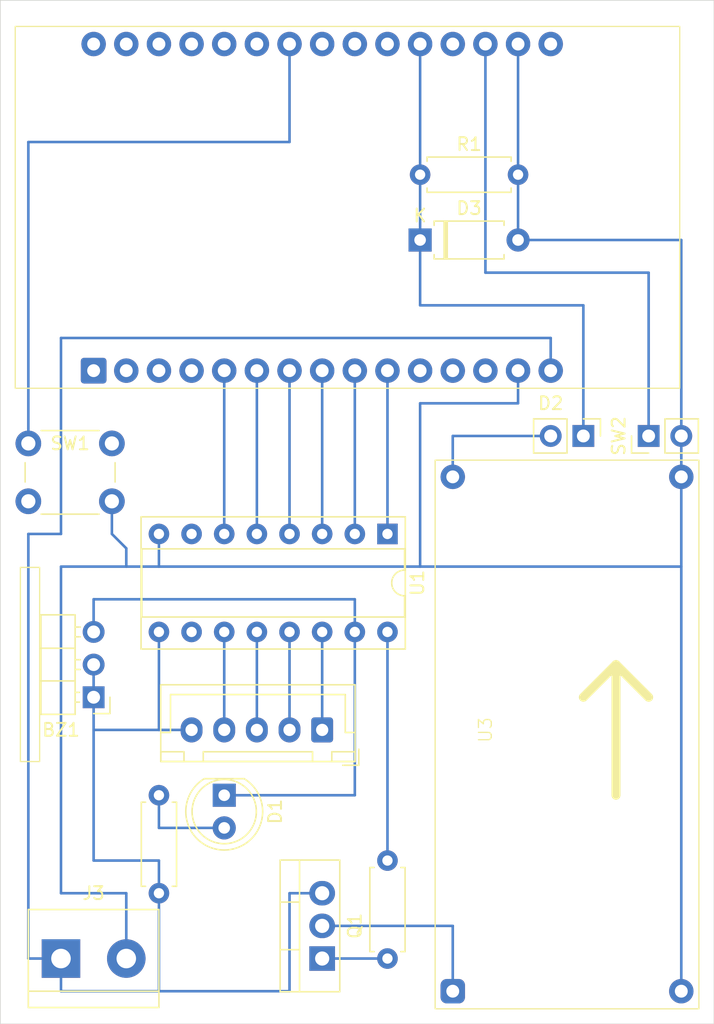
<source format=kicad_pcb>
(kicad_pcb (version 20240108) (generator "pcbnew") (generator_version "8.0")
  (title_block (title "Smart Cistern") (date "2024-06-27") (rev "0"))
  (layers (0 "F.Cu" signal) (31 "B.Cu" signal) (34 "B.Paste" user) (35 "F.Paste" user) (36 "B.SilkS" user "B.Silkscreen") (37 "F.SilkS" user "F.Silkscreen") (38 "B.Mask" user) (39 "F.Mask" user) (44 "Edge.Cuts" user))
  (net 0 "")
  (net 1 "+5V")
  (net 2 "Net-(BZ1--)")
  (net 3 "Net-(D1-A)")
  (net 4 "Net-(D2-A)")
  (net 5 "Net-(D2-K)")
  (net 6 "GND")
  (net 7 "Net-(J2-Pin_4)")
  (net 8 "Net-(J2-Pin_1)")
  (net 9 "Net-(J2-Pin_3)")
  (net 10 "Net-(J2-Pin_2)")
  (net 11 "Net-(MCU1-GPIO26)")
  (net 12 "Net-(MCU1-GPIO33)")
  (net 13 "Net-(MCU1-GPIO15)")
  (net 17 "Net-(MCU1-GPIO35)")
  (net 20 "Net-(MCU1-GPIO27)")
  (net 21 "Net-(MCU1-GPIO32)")
  (net 34 "Net-(MCU1-GPIO18)")
  (net 35 "Net-(MCU1-GPIO25)")
  (net 37 "Net-(Q1-C)")
  (net 38 "Net-(Q1-B)")
  (net 39 "Net-(U1-O1)")
  (footprint "Connector_PinHeader_2.54mm:PinHeader_1x02_P2.54mm_Vertical" (layer "F.Cu") (at 91.44 55.88 90)
    (property "Reference" "SW2" (at 0 -2.33 90) (layer "F.SilkS"))
    (property "Value" "Water Sensor")
    (fp_line (start -1.33 -1.33) (end 0 -1.33) (stroke (width 0.12)) (layer "F.SilkS"))
    (fp_line (start -1.33 0) (end -1.33 -1.33) (stroke (width 0.12)) (layer "F.SilkS"))
    (fp_line (start 1.33 1.27) (end 1.33 3.87) (stroke (width 0.12)) (layer "F.SilkS"))
    (fp_line (start -1.33 1.27) (end 1.33 1.27) (stroke (width 0.12)) (layer "F.SilkS"))
    (fp_line (start -1.33 1.27) (end -1.33 3.87) (stroke (width 0.12)) (layer "F.SilkS"))
    (fp_line (start -1.33 3.87) (end 1.33 3.87) (stroke (width 0.12)) (layer "F.SilkS"))
    (pad "1" thru_hole rect (at 0 0 90) (size 1.7 1.7) (drill 1) (layers "*.Cu" "*.Mask") (net 13 "Net-(MCU1-GPIO15)"))
    (pad "2" thru_hole oval (at 0 2.54 90) (size 1.7 1.7) (drill 1) (layers "*.Cu" "*.Mask") (net 6 "GND"))
  )
  (footprint "Cistern:AZDelivery_KY-012_Buzzer" (layer "F.Cu") (at 48.26 76.2 180)
    (property "Reference" "BZ1" (at 2.54 -2.54 0) (layer "F.SilkS"))
    (property "Value" "Buzzer")
    (fp_line (start 4.1 6.41) (end 4.1 -1.33) (stroke (width 0.12)) (layer "F.SilkS"))
    (fp_line (start 4.1 -1.33) (end 1.44 -1.33) (stroke (width 0.12)) (layer "F.SilkS"))
    (fp_line (start 1.44 6.41) (end 4.1 6.41) (stroke (width 0.12)) (layer "F.SilkS"))
    (fp_line (start 1.44 3.81) (end 4.1 3.81) (stroke (width 0.12)) (layer "F.SilkS"))
    (fp_line (start 1.44 1.27) (end 4.1 1.27) (stroke (width 0.12)) (layer "F.SilkS"))
    (fp_line (start 1.44 -1.33) (end 1.44 6.41) (stroke (width 0.12)) (layer "F.SilkS"))
    (fp_line (start 1.11 0.38) (end 1.44 0.38) (stroke (width 0.12)) (layer "F.SilkS"))
    (fp_line (start 1.11 -0.38) (end 1.44 -0.38) (stroke (width 0.12)) (layer "F.SilkS"))
    (fp_line (start 1.042929 5.46) (end 1.44 5.46) (stroke (width 0.12)) (layer "F.SilkS"))
    (fp_line (start 1.042929 4.7) (end 1.44 4.7) (stroke (width 0.12)) (layer "F.SilkS"))
    (fp_line (start 1.042929 2.92) (end 1.44 2.92) (stroke (width 0.12)) (layer "F.SilkS"))
    (fp_line (start 1.042929 2.16) (end 1.44 2.16) (stroke (width 0.12)) (layer "F.SilkS"))
    (fp_line (start -1.27 0) (end -1.27 -1.27) (stroke (width 0.12)) (layer "F.SilkS"))
    (fp_line (start -1.27 -1.27) (end 0 -1.27) (stroke (width 0.12)) (layer "F.SilkS"))
    (fp_rect (start 4.2 -5) (end 5.7 10.1) (stroke (width 0.1)) (fill none) (layer "F.SilkS"))
    (pad "1" thru_hole rect (at 0 0 180) (size 1.7 1.7) (drill 1) (layers "*.Cu" "*.Mask") (net 1 "+5V"))
    (pad "1" thru_hole oval (at 0 2.54 180) (size 1.7 1.7) (drill 1) (layers "*.Cu" "*.Mask") (net 1 "+5V"))
    (pad "2" thru_hole oval (at 0 5.08 180) (size 1.7 1.7) (drill 1) (layers "*.Cu" "*.Mask") (net 2 "Net-(BZ1--)"))
  )
  (footprint "Diode_THT:D_A-405_P7.62mm_Horizontal" (layer "F.Cu") (at 73.66 40.64)
    (property "Reference" "D3" (at 3.81 -2.47 360) (layer "F.SilkS"))
    (property "Value" "3V")
    (fp_line (start 1.09 -1.47) (end 6.53 -1.47) (stroke (width 0.12)) (layer "F.SilkS"))
    (fp_line (start 1.09 -1.14) (end 1.09 -1.47) (stroke (width 0.12)) (layer "F.SilkS"))
    (fp_line (start 1.09 1.14) (end 1.09 1.47) (stroke (width 0.12)) (layer "F.SilkS"))
    (fp_line (start 1.09 1.47) (end 6.53 1.47) (stroke (width 0.12)) (layer "F.SilkS"))
    (fp_line (start 1.87 -1.47) (end 1.87 1.47) (stroke (width 0.12)) (layer "F.SilkS"))
    (fp_line (start 1.99 -1.47) (end 1.99 1.47) (stroke (width 0.12)) (layer "F.SilkS"))
    (fp_line (start 2.11 -1.47) (end 2.11 1.47) (stroke (width 0.12)) (layer "F.SilkS"))
    (fp_line (start 6.53 -1.47) (end 6.53 -1.14) (stroke (width 0.12)) (layer "F.SilkS"))
    (fp_line (start 6.53 1.47) (end 6.53 1.14) (stroke (width 0.12)) (layer "F.SilkS"))
    (fp_text user "K" (at 0 -1.9 360) (layer "F.SilkS"))
    (pad "1" thru_hole rect (at 0 0) (size 1.8 1.8) (drill 0.9) (layers "*.Cu" "*.Mask") (net 5 "Net-(D2-K)"))
    (pad "2" thru_hole oval (at 7.62 0) (size 1.8 1.8) (drill 0.9) (layers "*.Cu" "*.Mask") (net 6 "GND"))
  )
  (footprint "Cistern:DC-DC_Module_XL6009E1" (layer "F.Cu") (at 76.2 99.06 90)
    (property "Reference" "U3" (at 20.32 2.54 90) (layer "F.SilkS") (effects (font (thickness 0.1))))
    (property "Value" "Boost Converter (5->20 V)")
    (fp_line (start 22.86 10.16) (end 25.4 12.7) (stroke (width 0.7)) (layer "F.SilkS"))
    (fp_line (start 15.24 12.7) (end 25.4 12.7) (stroke (width 0.7)) (layer "F.SilkS"))
    (fp_line (start 22.86 15.24) (end 25.4 12.7) (stroke (width 0.7)) (layer "F.SilkS"))
    (fp_rect (start -1.37 -1.37) (end 41.3 19.15) (stroke (width 0.1)) (fill none) (layer "F.SilkS"))
    (pad "1" thru_hole circle (at 40 0 90) (size 1.9 1.9) (drill 1) (layers "*.Cu" "*.Mask") (net 4 "Net-(D2-A)"))
    (pad "2" thru_hole roundrect (at 0 0 90) (size 1.9 1.9) (drill 1) (layers "*.Cu" "*.Mask") (net 37 "Net-(Q1-C)"))
    (pad "3" thru_hole circle (at 0 17.78 90) (size 1.9 1.9) (drill 1) (layers "*.Cu" "*.Mask") (net 6 "GND"))
    (pad "3" thru_hole circle (at 40 17.78 90) (size 1.9 1.9) (drill 1) (layers "*.Cu" "*.Mask") (net 6 "GND"))
  )
  (footprint "Cistern:JST_XH_B5B-XH-A_1x05_P2.54mm_Vertical" (layer "F.Cu") (at 66.04 78.74 180)
    (property "Reference" "J2" (hide yes))
    (property "Value" "Gauge Stepper")
    (fp_line (start 12.56 3.51) (end 12.56 -2.46) (stroke (width 0.12)) (layer "F.SilkS"))
    (fp_line (start 12.56 -2.46) (end -2.56 -2.46) (stroke (width 0.12)) (layer "F.SilkS"))
    (fp_line (start 12.55 -0.2) (end 11.8 -0.2) (stroke (width 0.12)) (layer "F.SilkS"))
    (fp_line (start 12.55 -1.7) (end 12.55 -2.45) (stroke (width 0.12)) (layer "F.SilkS"))
    (fp_line (start 12.55 -2.45) (end 10.75 -2.45) (stroke (width 0.12)) (layer "F.SilkS"))
    (fp_line (start 11.8 2.75) (end 5 2.75) (stroke (width 0.12)) (layer "F.SilkS"))
    (fp_line (start 11.8 -0.2) (end 11.8 2.75) (stroke (width 0.12)) (layer "F.SilkS"))
    (fp_line (start 10.75 -1.7) (end 12.55 -1.7) (stroke (width 0.12)) (layer "F.SilkS"))
    (fp_line (start 10.75 -2.45) (end 10.75 -1.7) (stroke (width 0.12)) (layer "F.SilkS"))
    (fp_line (start 9.25 -1.7) (end 9.25 -2.45) (stroke (width 0.12)) (layer "F.SilkS"))
    (fp_line (start 9.25 -2.45) (end 0.75 -2.45) (stroke (width 0.12)) (layer "F.SilkS"))
    (fp_line (start 0.75 -1.7) (end 9.25 -1.7) (stroke (width 0.12)) (layer "F.SilkS"))
    (fp_line (start 0.75 -2.45) (end 0.75 -1.7) (stroke (width 0.12)) (layer "F.SilkS"))
    (fp_line (start -0.75 -1.7) (end -0.75 -2.45) (stroke (width 0.12)) (layer "F.SilkS"))
    (fp_line (start -0.75 -2.45) (end -2.55 -2.45) (stroke (width 0.12)) (layer "F.SilkS"))
    (fp_line (start -1.6 -2.75) (end -2.85 -2.75) (stroke (width 0.12)) (layer "F.SilkS"))
    (fp_line (start -1.8 2.75) (end 5 2.75) (stroke (width 0.12)) (layer "F.SilkS"))
    (fp_line (start -1.8 -0.2) (end -1.8 2.75) (stroke (width 0.12)) (layer "F.SilkS"))
    (fp_line (start -2.55 -0.2) (end -1.8 -0.2) (stroke (width 0.12)) (layer "F.SilkS"))
    (fp_line (start -2.55 -1.7) (end -0.75 -1.7) (stroke (width 0.12)) (layer "F.SilkS"))
    (fp_line (start -2.55 -2.45) (end -2.55 -1.7) (stroke (width 0.12)) (layer "F.SilkS"))
    (fp_line (start -2.56 3.51) (end 12.56 3.51) (stroke (width 0.12)) (layer "F.SilkS"))
    (fp_line (start -2.56 -2.46) (end -2.56 3.51) (stroke (width 0.12)) (layer "F.SilkS"))
    (fp_line (start -2.85 -2.75) (end -2.85 -1.5) (stroke (width 0.12)) (layer "F.SilkS"))
    (pad "1" thru_hole roundrect (at 0 0 180) (size 1.7 1.95) (drill 0.95) (layers "*.Cu" "*.Mask") (roundrect_rratio 0.147059) (net 8 "Net-(J2-Pin_1)"))
    (pad "2" thru_hole oval (at 2.54 0 180) (size 1.7 1.95) (drill 0.95) (layers "*.Cu" "*.Mask") (net 10 "Net-(J2-Pin_2)"))
    (pad "3" thru_hole oval (at 5.08 0 180) (size 1.7 1.95) (drill 0.95) (layers "*.Cu" "*.Mask") (net 9 "Net-(J2-Pin_3)"))
    (pad "4" thru_hole oval (at 7.62 0 180) (size 1.7 1.95) (drill 0.95) (layers "*.Cu" "*.Mask") (net 7 "Net-(J2-Pin_4)"))
    (pad "5" thru_hole oval (at 10.16 0 180) (size 1.7 1.95) (drill 0.95) (layers "*.Cu" "*.Mask") (net 1 "+5V"))
  )
  (footprint "Connector_PinHeader_2.54mm:PinHeader_1x02_P2.54mm_Vertical" (layer "F.Cu") (at 86.36 55.88 -90)
    (property "Reference" "D2" (at -2.54 2.54 180) (layer "F.SilkS"))
    (property "Value" "Pressure Sensor (4-20 mA)")
    (fp_line (start -1.33 3.87) (end 1.33 3.87) (stroke (width 0.12)) (layer "F.SilkS"))
    (fp_line (start -1.33 1.27) (end -1.33 3.87) (stroke (width 0.12)) (layer "F.SilkS"))
    (fp_line (start -1.33 1.27) (end 1.33 1.27) (stroke (width 0.12)) (layer "F.SilkS"))
    (fp_line (start 1.33 1.27) (end 1.33 3.87) (stroke (width 0.12)) (layer "F.SilkS"))
    (fp_line (start -1.33 0) (end -1.33 -1.33) (stroke (width 0.12)) (layer "F.SilkS"))
    (fp_line (start -1.33 -1.33) (end 0 -1.33) (stroke (width 0.12)) (layer "F.SilkS"))
    (pad "1" thru_hole rect (at 0 0 270) (size 1.7 1.7) (drill 1) (layers "*.Cu" "*.Mask") (net 5 "Net-(D2-K)"))
    (pad "2" thru_hole oval (at 0 2.54 270) (size 1.7 1.7) (drill 1) (layers "*.Cu" "*.Mask") (net 4 "Net-(D2-A)"))
  )
  (footprint "Resistor_THT:R_Axial_DIN0207_L6.3mm_D2.5mm_P7.62mm_Horizontal" (layer "F.Cu") (at 73.66 35.56)
    (property "Reference" "R1" (at 3.81 -2.37 360) (layer "F.SilkS"))
    (property "Value" "150")
    (fp_line (start 0.54 -1.37) (end 7.08 -1.37) (stroke (width 0.12)) (layer "F.SilkS"))
    (fp_line (start 0.54 -1.04) (end 0.54 -1.37) (stroke (width 0.12)) (layer "F.SilkS"))
    (fp_line (start 0.54 1.04) (end 0.54 1.37) (stroke (width 0.12)) (layer "F.SilkS"))
    (fp_line (start 0.54 1.37) (end 7.08 1.37) (stroke (width 0.12)) (layer "F.SilkS"))
    (fp_line (start 7.08 -1.37) (end 7.08 -1.04) (stroke (width 0.12)) (layer "F.SilkS"))
    (fp_line (start 7.08 1.37) (end 7.08 1.04) (stroke (width 0.12)) (layer "F.SilkS"))
    (pad "1" thru_hole circle (at 0 0) (size 1.6 1.6) (drill 0.8) (layers "*.Cu" "*.Mask") (net 5 "Net-(D2-K)"))
    (pad "2" thru_hole oval (at 7.62 0) (size 1.6 1.6) (drill 0.8) (layers "*.Cu" "*.Mask") (net 6 "GND"))
  )
  (footprint "Resistor_THT:R_Axial_DIN0207_L6.3mm_D2.5mm_P7.62mm_Horizontal" (layer "F.Cu") (at 71.12 96.52 90)
    (property "Reference" "R2" (hide yes))
    (property "Value" "68")
    (fp_line (start 7.08 -1.37) (end 7.08 -1.04) (stroke (width 0.12)) (layer "F.SilkS"))
    (fp_line (start 0.54 -1.37) (end 7.08 -1.37) (stroke (width 0.12)) (layer "F.SilkS"))
    (fp_line (start 0.54 -1.04) (end 0.54 -1.37) (stroke (width 0.12)) (layer "F.SilkS"))
    (fp_line (start 0.54 1.04) (end 0.54 1.37) (stroke (width 0.12)) (layer "F.SilkS"))
    (fp_line (start 7.08 1.37) (end 7.08 1.04) (stroke (width 0.12)) (layer "F.SilkS"))
    (fp_line (start 0.54 1.37) (end 7.08 1.37) (stroke (width 0.12)) (layer "F.SilkS"))
    (pad "1" thru_hole circle (at 0 0 90) (size 1.6 1.6) (drill 0.8) (layers "*.Cu" "*.Mask") (net 38 "Net-(Q1-B)"))
    (pad "2" thru_hole oval (at 7.62 0 90) (size 1.6 1.6) (drill 0.8) (layers "*.Cu" "*.Mask") (net 39 "Net-(U1-O1)"))
  )
  (footprint "TerminalBlock:TerminalBlock_bornier-2_P5.08mm" (layer "F.Cu") (at 45.72 96.52)
    (property "Reference" "J3" (at 2.54 -5.08 360) (layer "F.SilkS"))
    (property "Value" "Power Connector")
    (fp_line (start -2.54 -3.81) (end -2.54 3.81) (stroke (width 0.12)) (layer "F.SilkS"))
    (fp_line (start -2.54 3.81) (end 7.62 3.81) (stroke (width 0.12)) (layer "F.SilkS"))
    (fp_line (start 7.62 -3.81) (end -2.54 -3.81) (stroke (width 0.12)) (layer "F.SilkS"))
    (fp_line (start 7.62 2.54) (end -2.54 2.54) (stroke (width 0.12)) (layer "F.SilkS"))
    (fp_line (start 7.62 3.81) (end 7.62 -3.81) (stroke (width 0.12)) (layer "F.SilkS"))
    (pad "1" thru_hole rect (at 0 0) (size 3 3) (drill 1.52) (layers "*.Cu" "*.Mask") (net 1 "+5V"))
    (pad "2" thru_hole circle (at 5.08 0) (size 3 3) (drill 1.52) (layers "*.Cu" "*.Mask") (net 6 "GND"))
  )
  (footprint "LED_THT:LED_D5.0mm" (layer "F.Cu") (at 58.42 83.82 -90)
    (property "Reference" "D1" (at 1.27 -3.96 90) (layer "F.SilkS"))
    (property "Value" "Alarm Light")
    (fp_line (start -1.29 -1.545) (end -1.29 1.545) (stroke (width 0.12)) (layer "F.SilkS"))
    (fp_arc (start 4.26 -0.000462) (mid 2.072002 2.880433) (end -1.29 1.54483) (stroke (width 0.12)) (layer "F.SilkS"))
    (fp_arc (start -1.29 -1.54483) (mid 2.072002 -2.880433) (end 4.26 0.000462) (stroke (width 0.12)) (layer "F.SilkS"))
    (fp_circle (center 1.27 0) (end 3.77 0) (stroke (width 0.12)) (fill none) (layer "F.SilkS"))
    (pad "1" thru_hole rect (at 0 0 270) (size 1.8 1.8) (drill 0.9) (layers "*.Cu" "*.Mask") (net 2 "Net-(BZ1--)"))
    (pad "2" thru_hole circle (at 2.54 0 270) (size 1.8 1.8) (drill 0.9) (layers "*.Cu" "*.Mask") (net 3 "Net-(D1-A)"))
  )
  (footprint "Button_Switch_THT:SW_PUSH_6mm" (layer "F.Cu") (at 43.18 56.46)
    (property "Reference" "SW1" (at 3.25 0 360) (layer "F.SilkS"))
    (property "Value" "WiFi reset")
    (fp_line (start -0.25 1.5) (end -0.25 3) (stroke (width 0.12)) (layer "F.SilkS"))
    (fp_line (start 1 5.5) (end 5.5 5.5) (stroke (width 0.12)) (layer "F.SilkS"))
    (fp_line (start 5.5 -1) (end 1 -1) (stroke (width 0.12)) (layer "F.SilkS"))
    (fp_line (start 6.75 3) (end 6.75 1.5) (stroke (width 0.12)) (layer "F.SilkS"))
    (pad "1" thru_hole circle (at 0 0 90) (size 2 2) (drill 1.1) (layers "*.Cu" "*.Mask") (net 34 "Net-(MCU1-GPIO18)"))
    (pad "1" thru_hole circle (at 6.5 0 90) (size 2 2) (drill 1.1) (layers "*.Cu" "*.Mask") (net 34 "Net-(MCU1-GPIO18)"))
    (pad "2" thru_hole circle (at 0 4.5 90) (size 2 2) (drill 1.1) (layers "*.Cu" "*.Mask") (net 6 "GND"))
    (pad "2" thru_hole circle (at 6.5 4.5 90) (size 2 2) (drill 1.1) (layers "*.Cu" "*.Mask") (net 6 "GND"))
  )
  (footprint "Resistor_THT:R_Axial_DIN0207_L6.3mm_D2.5mm_P7.62mm_Horizontal" (layer "F.Cu") (at 53.34 83.82 -90)
    (property "Reference" "R4" (hide yes))
    (property "Value" "150")
    (fp_line (start 0.54 1.37) (end 7.08 1.37) (stroke (width 0.12)) (layer "F.SilkS"))
    (fp_line (start 7.08 1.37) (end 7.08 1.04) (stroke (width 0.12)) (layer "F.SilkS"))
    (fp_line (start 0.54 1.04) (end 0.54 1.37) (stroke (width 0.12)) (layer "F.SilkS"))
    (fp_line (start 0.54 -1.04) (end 0.54 -1.37) (stroke (width 0.12)) (layer "F.SilkS"))
    (fp_line (start 0.54 -1.37) (end 7.08 -1.37) (stroke (width 0.12)) (layer "F.SilkS"))
    (fp_line (start 7.08 -1.37) (end 7.08 -1.04) (stroke (width 0.12)) (layer "F.SilkS"))
    (pad "1" thru_hole circle (at 0 0 270) (size 1.6 1.6) (drill 0.8) (layers "*.Cu" "*.Mask") (net 3 "Net-(D1-A)"))
    (pad "2" thru_hole oval (at 7.62 0 270) (size 1.6 1.6) (drill 0.8) (layers "*.Cu" "*.Mask") (net 1 "+5V"))
  )
  (footprint "Package_DIP:DIP-16_W7.62mm_Socket" (layer "F.Cu") (at 71.12 63.5 -90)
    (property "Reference" "U1" (at 3.81 -2.33 90) (layer "F.SilkS"))
    (property "Value" "ULN2003A")
    (fp_line (start -1.33 19.17) (end 8.95 19.17) (stroke (width 0.12)) (layer "F.SilkS"))
    (fp_line (start 8.95 19.17) (end 8.95 -1.39) (stroke (width 0.12)) (layer "F.SilkS"))
    (fp_line (start 1.16 19.11) (end 6.46 19.11) (stroke (width 0.12)) (layer "F.SilkS"))
    (fp_line (start 6.46 19.11) (end 6.46 -1.33) (stroke (width 0.12)) (layer "F.SilkS"))
    (fp_line (start 1.16 -1.33) (end 1.16 19.11) (stroke (width 0.12)) (layer "F.SilkS"))
    (fp_line (start 2.81 -1.33) (end 1.16 -1.33) (stroke (width 0.12)) (layer "F.SilkS"))
    (fp_line (start 6.46 -1.33) (end 4.81 -1.33) (stroke (width 0.12)) (layer "F.SilkS"))
    (fp_line (start -1.33 -1.39) (end -1.33 19.17) (stroke (width 0.12)) (layer "F.SilkS"))
    (fp_line (start 8.95 -1.39) (end -1.33 -1.39) (stroke (width 0.12)) (layer "F.SilkS"))
    (fp_arc (start 4.81 -1.33) (mid 3.81 -0.33) (end 2.81 -1.33) (stroke (width 0.12)) (layer "F.SilkS"))
    (pad "1" thru_hole rect (at 0 0 270) (size 1.6 1.6) (drill 0.8) (layers "*.Cu" "*.Mask") (net 20 "Net-(MCU1-GPIO27)"))
    (pad "2" thru_hole oval (at 0 2.54 270) (size 1.6 1.6) (drill 0.8) (layers "*.Cu" "*.Mask") (net 11 "Net-(MCU1-GPIO26)"))
    (pad "3" thru_hole oval (at 0 5.08 270) (size 1.6 1.6) (drill 0.8) (layers "*.Cu" "*.Mask") (net 35 "Net-(MCU1-GPIO25)"))
    (pad "4" thru_hole oval (at 0 7.62 270) (size 1.6 1.6) (drill 0.8) (layers "*.Cu" "*.Mask") (net 12 "Net-(MCU1-GPIO33)"))
    (pad "5" thru_hole oval (at 0 10.16 270) (size 1.6 1.6) (drill 0.8) (layers "*.Cu" "*.Mask") (net 21 "Net-(MCU1-GPIO32)"))
    (pad "6" thru_hole oval (at 0 12.7 270) (size 1.6 1.6) (drill 0.8) (layers "*.Cu" "*.Mask") (net 17 "Net-(MCU1-GPIO35)"))
    (pad "7" thru_hole oval (at 0 15.24 270) (size 1.6 1.6) (drill 0.8) (layers "*.Cu" "*.Mask"))
    (pad "8" thru_hole oval (at 0 17.78 270) (size 1.6 1.6) (drill 0.8) (layers "*.Cu" "*.Mask") (net 6 "GND"))
    (pad "9" thru_hole oval (at 7.62 17.78 270) (size 1.6 1.6) (drill 0.8) (layers "*.Cu" "*.Mask") (net 1 "+5V"))
    (pad "10" thru_hole oval (at 7.62 15.24 270) (size 1.6 1.6) (drill 0.8) (layers "*.Cu" "*.Mask"))
    (pad "11" thru_hole oval (at 7.62 12.7 270) (size 1.6 1.6) (drill 0.8) (layers "*.Cu" "*.Mask") (net 7 "Net-(J2-Pin_4)"))
    (pad "12" thru_hole oval (at 7.62 10.16 270) (size 1.6 1.6) (drill 0.8) (layers "*.Cu" "*.Mask") (net 9 "Net-(J2-Pin_3)"))
    (pad "13" thru_hole oval (at 7.62 7.62 270) (size 1.6 1.6) (drill 0.8) (layers "*.Cu" "*.Mask") (net 10 "Net-(J2-Pin_2)"))
    (pad "14" thru_hole oval (at 7.62 5.08 270) (size 1.6 1.6) (drill 0.8) (layers "*.Cu" "*.Mask") (net 8 "Net-(J2-Pin_1)"))
    (pad "15" thru_hole oval (at 7.62 2.54 270) (size 1.6 1.6) (drill 0.8) (layers "*.Cu" "*.Mask") (net 2 "Net-(BZ1--)"))
    (pad "16" thru_hole oval (at 7.62 0 270) (size 1.6 1.6) (drill 0.8) (layers "*.Cu" "*.Mask") (net 39 "Net-(U1-O1)"))
  )
  (footprint "Cistern:ESP32-NodeMCU" (layer "F.Cu") (at 48.26 50.8 90)
    (property "Reference" "MCU1" (hide yes))
    (property "Value" "~" (hide yes))
    (fp_rect (start -1.37 -6.1) (end 26.77 45.6) (stroke (width 0.1)) (fill none) (layer "F.SilkS"))
    (pad "1" thru_hole roundrect (at 0 0 90) (size 2 2) (drill 1) (layers "*.Cu" "*.Mask") (roundrect_rratio 0.125))
    (pad "2" thru_hole circle (at 0 2.54 90) (size 1.9 1.9) (drill 1) (layers "*.Cu" "*.Mask"))
    (pad "3" thru_hole circle (at 0 5.08 90) (size 1.9 1.9) (drill 1) (layers "*.Cu" "*.Mask"))
    (pad "4" thru_hole circle (at 0 7.62 90) (size 1.9 1.9) (drill 1) (layers "*.Cu" "*.Mask"))
    (pad "5" thru_hole circle (at 0 10.16 90) (size 1.9 1.9) (drill 1) (layers "*.Cu" "*.Mask") (net 17 "Net-(MCU1-GPIO35)"))
    (pad "6" thru_hole circle (at 0 12.7 90) (size 1.9 1.9) (drill 1) (layers "*.Cu" "*.Mask") (net 21 "Net-(MCU1-GPIO32)"))
    (pad "7" thru_hole circle (at 0 15.24 90) (size 1.9 1.9) (drill 1) (layers "*.Cu" "*.Mask") (net 12 "Net-(MCU1-GPIO33)"))
    (pad "8" thru_hole circle (at 0 17.78 90) (size 1.9 1.9) (drill 1) (layers "*.Cu" "*.Mask") (net 35 "Net-(MCU1-GPIO25)"))
    (pad "9" thru_hole circle (at 0 20.32 90) (size 1.9 1.9) (drill 1) (layers "*.Cu" "*.Mask") (net 11 "Net-(MCU1-GPIO26)"))
    (pad "10" thru_hole circle (at 0 22.86 90) (size 1.9 1.9) (drill 1) (layers "*.Cu" "*.Mask") (net 20 "Net-(MCU1-GPIO27)"))
    (pad "11" thru_hole circle (at 0 25.4 90) (size 1.9 1.9) (drill 1) (layers "*.Cu" "*.Mask"))
    (pad "12" thru_hole circle (at 0 27.94 90) (size 1.9 1.9) (drill 1) (layers "*.Cu" "*.Mask"))
    (pad "13" thru_hole circle (at 0 30.48 90) (size 1.9 1.9) (drill 1) (layers "*.Cu" "*.Mask"))
    (pad "14" thru_hole circle (at 0 33.02 90) (size 1.9 1.9) (drill 1) (layers "*.Cu" "*.Mask") (net 6 "GND"))
    (pad "15" thru_hole circle (at 0 35.56 90) (size 1.9 1.9) (drill 1) (layers "*.Cu" "*.Mask") (net 1 "+5V"))
    (pad "16" thru_hole circle (at 25.4 0 90) (size 1.9 1.9) (drill 1) (layers "*.Cu" "*.Mask"))
    (pad "17" thru_hole circle (at 25.4 2.54 90) (size 1.9 1.9) (drill 1) (layers "*.Cu" "*.Mask"))
    (pad "18" thru_hole circle (at 25.4 5.08 90) (size 1.9 1.9) (drill 1) (layers "*.Cu" "*.Mask"))
    (pad "19" thru_hole circle (at 25.4 7.62 90) (size 1.9 1.9) (drill 1) (layers "*.Cu" "*.Mask"))
    (pad "20" thru_hole circle (at 25.4 10.16 90) (size 1.9 1.9) (drill 1) (layers "*.Cu" "*.Mask"))
    (pad "21" thru_hole circle (at 25.4 12.7 90) (size 1.9 1.9) (drill 1) (layers "*.Cu" "*.Mask"))
    (pad "22" thru_hole circle (at 25.4 15.24 90) (size 1.9 1.9) (drill 1) (layers "*.Cu" "*.Mask") (net 34 "Net-(MCU1-GPIO18)"))
    (pad "23" thru_hole circle (at 25.4 17.78 90) (size 1.9 1.9) (drill 1) (layers "*.Cu" "*.Mask"))
    (pad "24" thru_hole circle (at 25.4 20.32 90) (size 1.9 1.9) (drill 1) (layers "*.Cu" "*.Mask"))
    (pad "25" thru_hole circle (at 25.4 22.86 90) (size 1.9 1.9) (drill 1) (layers "*.Cu" "*.Mask"))
    (pad "26" thru_hole circle (at 25.4 25.4 90) (size 1.9 1.9) (drill 1) (layers "*.Cu" "*.Mask") (net 5 "Net-(D2-K)"))
    (pad "27" thru_hole circle (at 25.4 27.94 90) (size 1.9 1.9) (drill 1) (layers "*.Cu" "*.Mask"))
    (pad "28" thru_hole circle (at 25.4 30.48 90) (size 1.9 1.9) (drill 1) (layers "*.Cu" "*.Mask") (net 13 "Net-(MCU1-GPIO15)"))
    (pad "29" thru_hole circle (at 25.4 33.02 90) (size 1.9 1.9) (drill 1) (layers "*.Cu" "*.Mask") (net 6 "GND"))
    (pad "30" thru_hole circle (at 25.4 35.56 90) (size 1.9 1.9) (drill 1) (layers "*.Cu" "*.Mask"))
  )
  (footprint "Package_TO_SOT_THT:TO-220-3_Vertical" (layer "F.Cu") (at 66.04 96.52 90)
    (property "Reference" "Q1" (at 2.54 2.54 90) (layer "F.SilkS"))
    (property "Value" "BD244C")
    (fp_line (start 7.66 -3.27) (end 7.66 1.371) (stroke (width 0.12)) (layer "F.SilkS"))
    (fp_line (start 4.391 -3.27) (end 4.391 -1.76) (stroke (width 0.12)) (layer "F.SilkS"))
    (fp_line (start 0.69 -3.27) (end 0.69 -1.76) (stroke (width 0.12)) (layer "F.SilkS"))
    (fp_line (start -2.58 -3.27) (end 7.66 -3.27) (stroke (width 0.12)) (layer "F.SilkS"))
    (fp_line (start -2.58 -3.27) (end -2.58 1.371) (stroke (width 0.12)) (layer "F.SilkS"))
    (fp_line (start -2.58 -1.76) (end 7.66 -1.76) (stroke (width 0.12)) (layer "F.SilkS"))
    (fp_line (start -2.58 1.371) (end 7.66 1.371) (stroke (width 0.12)) (layer "F.SilkS"))
    (pad "1" thru_hole rect (at 0 0 90) (size 1.905 2) (drill 1.1) (layers "*.Cu" "*.Mask") (net 38 "Net-(Q1-B)"))
    (pad "2" thru_hole oval (at 2.54 0 90) (size 1.905 2) (drill 1.1) (layers "*.Cu" "*.Mask") (net 37 "Net-(Q1-C)"))
    (pad "3" thru_hole oval (at 5.08 0 90) (size 1.905 2) (drill 1.1) (layers "*.Cu" "*.Mask") (net 1 "+5V"))
  )
  (gr_rect (start 41 22) (end 96.52 101.6) (stroke (width 0.05)) (fill none) (layer "Edge.Cuts"))
  (segment (start 53.34 99.06) (end 63.5 99.06) (width 0.2) (layer "B.Cu") (net 1))
  (segment (start 83.82 48.26) (end 45.72 48.26) (width 0.2) (layer "B.Cu") (net 1))
  (segment (start 53.34 78.74) (end 53.34 71.12) (width 0.2) (layer "B.Cu") (net 1))
  (segment (start 45.72 63.5) (end 45.72 48.26) (width 0.2) (layer "B.Cu") (net 1))
  (segment (start 45.72 96.52) (end 45.72 99.06) (width 0.2) (layer "B.Cu") (net 1))
  (segment (start 48.26 88.9) (end 48.26 78.74) (width 0.2) (layer "B.Cu") (net 1))
  (segment (start 48.26 78.74) (end 48.26 73.66) (width 0.2) (layer "B.Cu") (net 1))
  (segment (start 83.82 50.8) (end 83.82 48.26) (width 0.2) (layer "B.Cu") (net 1))
  (segment (start 53.34 88.9) (end 48.26 88.9) (width 0.2) (layer "B.Cu") (net 1))
  (segment (start 63.5 99.06) (end 63.5 91.44) (width 0.2) (layer "B.Cu") (net 1))
  (segment (start 53.34 99.06) (end 53.34 88.9) (width 0.2) (layer "B.Cu") (net 1))
  (segment (start 66.04 91.44) (end 63.5 91.44) (width 0.2) (layer "B.Cu") (net 1))
  (segment (start 43.18 96.52) (end 43.18 63.5) (width 0.2) (layer "B.Cu") (net 1))
  (segment (start 45.72 99.06) (end 53.34 99.06) (width 0.2) (layer "B.Cu") (net 1))
  (segment (start 43.18 63.5) (end 45.72 63.5) (width 0.2) (layer "B.Cu") (net 1))
  (segment (start 45.72 96.52) (end 43.18 96.52) (width 0.2) (layer "B.Cu") (net 1))
  (segment (start 53.34 78.74) (end 55.88 78.74) (width 0.2) (layer "B.Cu") (net 1))
  (segment (start 48.26 78.74) (end 53.34 78.74) (width 0.2) (layer "B.Cu") (net 1))
  (segment (start 68.58 68.58) (end 68.58 71.12) (width 0.2) (layer "B.Cu") (net 2))
  (segment (start 58.42 83.82) (end 68.58 83.82) (width 0.2) (layer "B.Cu") (net 2))
  (segment (start 68.58 83.82) (end 68.58 71.12) (width 0.2) (layer "B.Cu") (net 2))
  (segment (start 48.26 71.12) (end 48.26 68.58) (width 0.2) (layer "B.Cu") (net 2))
  (segment (start 48.26 68.58) (end 68.58 68.58) (width 0.2) (layer "B.Cu") (net 2))
  (segment (start 53.34 86.36) (end 58.42 86.36) (width 0.2) (layer "B.Cu") (net 3))
  (segment (start 53.34 83.82) (end 53.34 86.36) (width 0.2) (layer "B.Cu") (net 3))
  (segment (start 76.2 59.06) (end 76.2 55.88) (width 0.2) (layer "B.Cu") (net 4))
  (segment (start 76.2 55.88) (end 83.82 55.88) (width 0.2) (layer "B.Cu") (net 4))
  (segment (start 73.66 35.56) (end 73.66 40.64) (width 0.2) (layer "B.Cu") (net 5))
  (segment (start 73.66 35.56) (end 73.66 25.4) (width 0.2) (layer "B.Cu") (net 5))
  (segment (start 73.66 45.72) (end 86.36 45.72) (width 0.2) (layer "B.Cu") (net 5))
  (segment (start 73.66 40.64) (end 73.66 45.72) (width 0.2) (layer "B.Cu") (net 5))
  (segment (start 86.36 45.72) (end 86.36 55.88) (width 0.2) (layer "B.Cu") (net 5))
  (segment (start 50.8 66.04) (end 53.34 66.04) (width 0.2) (layer "B.Cu") (net 6))
  (segment (start 53.34 63.5) (end 53.34 66.04) (width 0.2) (layer "B.Cu") (net 6))
  (segment (start 50.8 91.44) (end 45.72 91.44) (width 0.2) (layer "B.Cu") (net 6))
  (segment (start 73.66 53.34) (end 81.28 53.34) (width 0.2) (layer "B.Cu") (net 6))
  (segment (start 81.28 53.34) (end 81.28 50.8) (width 0.2) (layer "B.Cu") (net 6))
  (segment (start 49.68 63.5) (end 49.68 60.96) (width 0.2) (layer "B.Cu") (net 6))
  (segment (start 93.98 55.88) (end 93.98 59.06) (width 0.2) (layer "B.Cu") (net 6))
  (segment (start 81.28 35.56) (end 81.28 40.64) (width 0.2) (layer "B.Cu") (net 6))
  (segment (start 73.66 66.04) (end 73.66 53.34) (width 0.2) (layer "B.Cu") (net 6))
  (segment (start 81.28 25.4) (end 81.28 35.56) (width 0.2) (layer "B.Cu") (net 6))
  (segment (start 53.34 66.04) (end 73.66 66.04) (width 0.2) (layer "B.Cu") (net 6))
  (segment (start 93.98 40.64) (end 93.98 55.88) (width 0.2) (layer "B.Cu") (net 6))
  (segment (start 49.68 63.5) (end 50.8 64.62) (width 0.2) (layer "B.Cu") (net 6))
  (segment (start 73.66 66.04) (end 93.98 66.04) (width 0.2) (layer "B.Cu") (net 6))
  (segment (start 93.98 99.06) (end 93.98 66.04) (width 0.2) (layer "B.Cu") (net 6))
  (segment (start 81.28 40.64) (end 93.98 40.64) (width 0.2) (layer "B.Cu") (net 6))
  (segment (start 45.72 66.04) (end 50.8 66.04) (width 0.2) (layer "B.Cu") (net 6))
  (segment (start 50.8 64.62) (end 50.8 66.04) (width 0.2) (layer "B.Cu") (net 6))
  (segment (start 45.72 91.44) (end 45.72 66.04) (width 0.2) (layer "B.Cu") (net 6))
  (segment (start 50.8 96.52) (end 50.8 91.44) (width 0.2) (layer "B.Cu") (net 6))
  (segment (start 93.98 66.04) (end 93.98 59.06) (width 0.2) (layer "B.Cu") (net 6))
  (segment (start 58.42 71.12) (end 58.42 78.74) (width 0.2) (layer "B.Cu") (net 7))
  (segment (start 66.04 71.12) (end 66.04 78.74) (width 0.2) (layer "B.Cu") (net 8))
  (segment (start 60.96 71.12) (end 60.96 78.74) (width 0.2) (layer "B.Cu") (net 9))
  (segment (start 63.5 71.12) (end 63.5 78.74) (width 0.2) (layer "B.Cu") (net 10))
  (segment (start 68.58 50.8) (end 68.58 63.5) (width 0.2) (layer "B.Cu") (net 11))
  (segment (start 63.5 50.8) (end 63.5 63.5) (width 0.2) (layer "B.Cu") (net 12))
  (segment (start 91.44 43.18) (end 78.74 43.18) (width 0.2) (layer "B.Cu") (net 13))
  (segment (start 78.74 43.18) (end 78.74 25.4) (width 0.2) (layer "B.Cu") (net 13))
  (segment (start 91.44 55.88) (end 91.44 43.18) (width 0.2) (layer "B.Cu") (net 13))
  (segment (start 58.42 50.8) (end 58.42 63.5) (width 0.2) (layer "B.Cu") (net 17))
  (segment (start 71.12 50.8) (end 71.12 63.5) (width 0.2) (layer "B.Cu") (net 20))
  (segment (start 60.96 50.8) (end 60.96 63.5) (width 0.2) (layer "B.Cu") (net 21))
  (segment (start 63.5 33.02) (end 63.5 25.4) (width 0.2) (layer "B.Cu") (net 34))
  (segment (start 43.18 56.46) (end 43.18 33.02) (width 0.2) (layer "B.Cu") (net 34))
  (segment (start 43.18 33.02) (end 63.5 33.02) (width 0.2) (layer "B.Cu") (net 34))
  (segment (start 66.04 50.8) (end 66.04 63.5) (width 0.2) (layer "B.Cu") (net 35))
  (segment (start 76.2 93.98) (end 76.2 99.06) (width 0.2) (layer "B.Cu") (net 37))
  (segment (start 66.04 93.98) (end 76.2 93.98) (width 0.2) (layer "B.Cu") (net 37))
  (segment (start 66.04 96.52) (end 71.12 96.52) (width 0.2) (layer "B.Cu") (net 38))
  (segment (start 71.12 88.9) (end 71.12 71.12) (width 0.2) (layer "B.Cu") (net 39))
)
</source>
